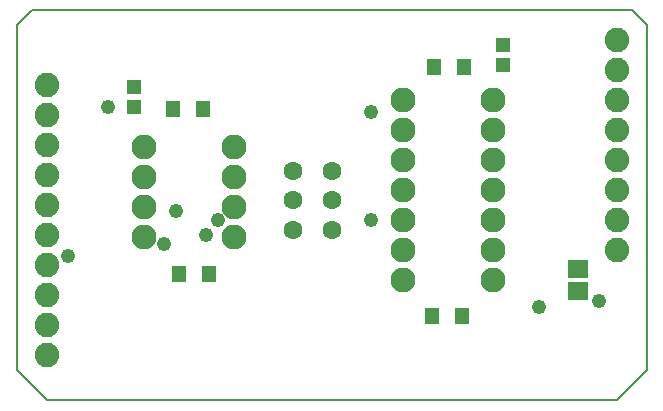
<source format=gts>
G75*
%MOIN*%
%OFA0B0*%
%FSLAX25Y25*%
%IPPOS*%
%LPD*%
%AMOC8*
5,1,8,0,0,1.08239X$1,22.5*
%
%ADD10C,0.08200*%
%ADD11C,0.00500*%
%ADD12C,0.08300*%
%ADD13C,0.06300*%
%ADD14R,0.06706X0.05918*%
%ADD15R,0.05100X0.05800*%
%ADD16R,0.05131X0.04737*%
%ADD17C,0.04762*%
D10*
X0046595Y0016256D03*
X0046595Y0026256D03*
X0046595Y0036256D03*
X0046595Y0046256D03*
X0046595Y0056256D03*
X0046595Y0066256D03*
X0046595Y0076256D03*
X0046595Y0086256D03*
X0046595Y0096256D03*
X0046595Y0106256D03*
X0236595Y0101256D03*
X0236595Y0091256D03*
X0236595Y0081256D03*
X0236595Y0071256D03*
X0236595Y0061256D03*
X0236595Y0051256D03*
X0236595Y0111256D03*
X0236595Y0121256D03*
D11*
X0036595Y0126256D02*
X0036595Y0011256D01*
X0046595Y0001256D01*
X0236595Y0001256D01*
X0246595Y0011256D01*
X0246595Y0126256D01*
X0241595Y0131256D01*
X0041595Y0131256D01*
X0036595Y0126256D01*
D12*
X0079195Y0085656D03*
X0079195Y0075656D03*
X0079195Y0065656D03*
X0079195Y0055656D03*
X0109195Y0055656D03*
X0109195Y0065656D03*
X0109195Y0075656D03*
X0109195Y0085656D03*
X0165495Y0081556D03*
X0165495Y0091556D03*
X0165495Y0101556D03*
X0195495Y0101556D03*
X0195495Y0091556D03*
X0195495Y0081556D03*
X0195495Y0071556D03*
X0195495Y0061556D03*
X0195495Y0051556D03*
X0195495Y0041556D03*
X0165495Y0041556D03*
X0165495Y0051556D03*
X0165495Y0061556D03*
X0165495Y0071556D03*
D13*
X0141795Y0067956D03*
X0128795Y0067956D03*
X0128795Y0077756D03*
X0141795Y0077756D03*
X0141795Y0058156D03*
X0128795Y0058156D03*
D14*
X0223795Y0045096D03*
X0223795Y0037616D03*
D15*
X0185095Y0029456D03*
X0175095Y0029456D03*
X0100595Y0043256D03*
X0090595Y0043256D03*
X0088595Y0098256D03*
X0098595Y0098256D03*
X0175595Y0112256D03*
X0185595Y0112256D03*
D16*
X0198595Y0112909D03*
X0198595Y0119602D03*
X0075595Y0105602D03*
X0075595Y0098909D03*
D17*
X0066942Y0098909D03*
X0089595Y0064256D03*
X0099595Y0056256D03*
X0103595Y0061256D03*
X0085595Y0053256D03*
X0053595Y0049256D03*
X0154595Y0061256D03*
X0210595Y0032256D03*
X0230595Y0034256D03*
X0154595Y0097256D03*
M02*

</source>
